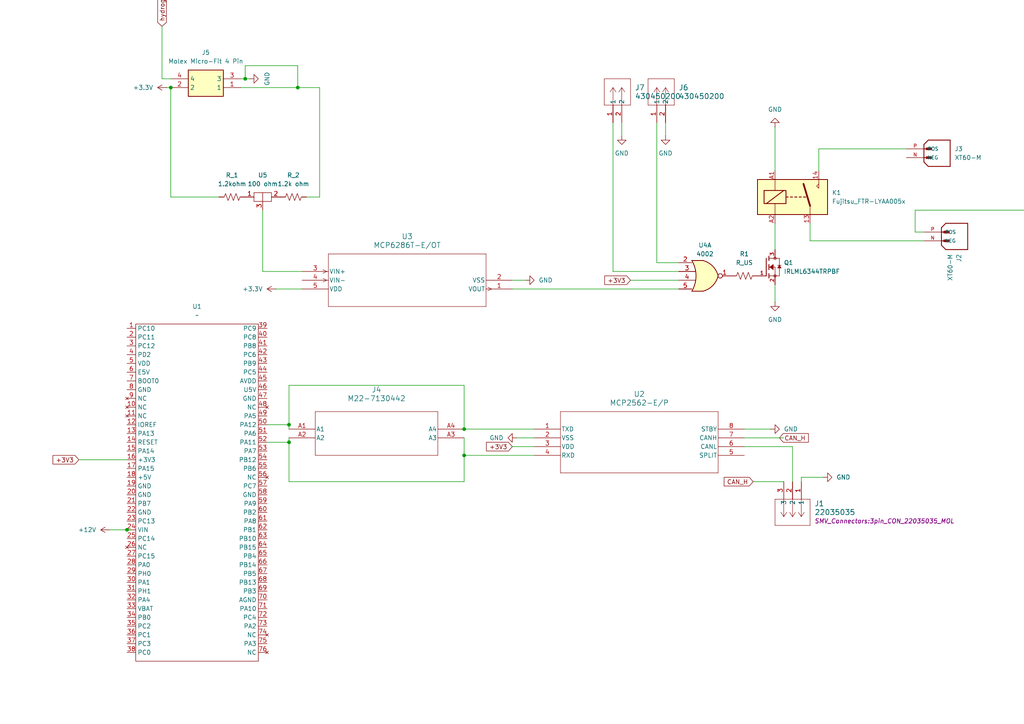
<source format=kicad_sch>
(kicad_sch (version 20250114) (generator "eeschema") (generator_version "9.0")
  (paper "A4")
  (lib_symbols
    (symbol "4xxx:4002" (pin_names (offset 1.016))
      (property "Reference" "U" (at 0 1.27 0))
      (property "Value" "4002" (at 0 -1.27 0))
      (symbol "4002_1_1"
        (arc (start -3.81 4.445) (mid -2.5908 0) (end -3.81 -4.445) (stroke (width 0.254)))
        (polyline (pts (xy -3.81 4.445) (xy -0.635 4.445)) (stroke (width 0.254)) (fill (type background)))
        (polyline (pts (xy -3.81 -4.445) (xy -0.635 -4.445)) (stroke (width 0.254)) (fill (type background)))
        (arc (start -0.6096 4.445) (mid 2.2198 2.8385) (end 3.81 0) (stroke (width 0.254)) (fill (type background)))
        (arc (start 3.81 0) (mid 2.224 -2.8428) (end -0.6096 -4.445) (stroke (width 0.254)) (fill (type background)))
        (polyline (pts (xy -0.635 4.445) (xy -3.81 4.445) (xy -3.81 4.445) (xy -3.6322 4.0894) (xy -3.0988 2.921) (xy -2.7686 1.6764) (xy -2.6162 0.4318) (xy -2.6416 -0.8636) (xy -2.8702 -2.1082) (xy -3.2512 -3.3274) (xy -3.81 -4.445) (xy -3.81 -4.445) (xy -0.635 -4.445)) (stroke (width -25.4)) (fill (type background)))
        (pin input line (at -7.62 3.81 0) (length 3.81) (name "~") (number "2"))
        (pin input line (at -7.62 1.27 0) (length 4.826) (name "~") (number "3"))
        (pin input line (at -7.62 -1.27 0) (length 4.826) (name "~") (number "4"))
        (pin input line (at -7.62 -3.81 0) (length 3.81) (name "~") (number "5"))
        (pin output inverted (at 7.62 0 180) (length 3.81) (name "~") (number "1"))
      )
      (symbol "4002_1_2"
        (arc (start -0.635 4.445) (mid 3.7907 0) (end -0.635 -4.445) (stroke (width 0.254)) (fill (type background)))
        (polyline (pts (xy -0.635 4.445) (xy -3.81 4.445) (xy -3.81 -4.445) (xy -0.635 -4.445)) (stroke (width 0.254)) (fill (type background)))
        (pin input inverted (at -7.62 3.81 0) (length 3.81) (name "~") (number "2"))
        (pin input inverted (at -7.62 1.27 0) (length 3.81) (name "~") (number "3"))
        (pin input inverted (at -7.62 -1.27 0) (length 3.81) (name "~") (number "4"))
        (pin input inverted (at -7.62 -3.81 0) (length 3.81) (name "~") (number "5"))
        (pin output line (at 7.62 0 180) (length 3.81) (name "~") (number "1"))
      )
      (symbol "4002_2_1"
        (arc (start -3.81 4.445) (mid -2.5908 0) (end -3.81 -4.445) (stroke (width 0.254)))
        (polyline (pts (xy -3.81 4.445) (xy -0.635 4.445)) (stroke (width 0.254)) (fill (type background)))
        (polyline (pts (xy -3.81 -4.445) (xy -0.635 -4.445)) (stroke (width 0.254)) (fill (type background)))
        (arc (start -0.6096 4.445) (mid 2.2198 2.8385) (end 3.81 0) (stroke (width 0.254)) (fill (type background)))
        (arc (start 3.81 0) (mid 2.224 -2.8428) (end -0.6096 -4.445) (stroke (width 0.254)) (fill (type background)))
        (polyline (pts (xy -0.635 4.445) (xy -3.81 4.445) (xy -3.81 4.445) (xy -3.6322 4.0894) (xy -3.0988 2.921) (xy -2.7686 1.6764) (xy -2.6162 0.4318) (xy -2.6416 -0.8636) (xy -2.8702 -2.1082) (xy -3.2512 -3.3274) (xy -3.81 -4.445) (xy -3.81 -4.445) (xy -0.635 -4.445)) (stroke (width -25.4)) (fill (type background)))
        (pin input line (at -7.62 3.81 0) (length 3.81) (name "~") (number "9"))
        (pin input line (at -7.62 1.27 0) (length 4.826) (name "~") (number "10"))
        (pin input line (at -7.62 -1.27 0) (length 4.826) (name "~") (number "11"))
        (pin input line (at -7.62 -3.81 0) (length 3.81) (name "~") (number "12"))
        (pin output inverted (at 7.62 0 180) (length 3.81) (name "~") (number "13"))
      )
      (symbol "4002_2_2"
        (arc (start -0.635 4.445) (mid 3.7907 0) (end -0.635 -4.445) (stroke (width 0.254)) (fill (type background)))
        (polyline (pts (xy -0.635 4.445) (xy -3.81 4.445) (xy -3.81 -4.445) (xy -0.635 -4.445)) (stroke (width 0.254)) (fill (type background)))
        (pin input inverted (at -7.62 3.81 0) (length 3.81) (name "~") (number "9"))
        (pin input inverted (at -7.62 1.27 0) (length 3.81) (name "~") (number "10"))
        (pin input inverted (at -7.62 -1.27 0) (length 3.81) (name "~") (number "11"))
        (pin input inverted (at -7.62 -3.81 0) (length 3.81) (name "~") (number "12"))
        (pin output line (at 7.62 0 180) (length 3.81) (name "~") (number "13"))
      )
      (symbol "4002_3_0"
        (pin power_in line (at 0 12.7 270) (length 5.08) (name "VDD") (number "14"))
        (pin power_in line (at 0 -12.7 90) (length 5.08) (name "VSS") (number "7"))
      )
      (symbol "4002_3_1"
        (rectangle (start -5.08 7.62) (end 5.08 -7.62) (stroke (width 0.254)) (fill (type background)))
      )
    )
    (symbol "Device:R_US" (pin_numbers (hide yes)) (pin_names (offset 0))
      (property "Reference" "R" (at 2.54 0 90))
      (property "Value" "R_US" (at -2.54 0 90))
      (symbol "R_US_0_1"
        (polyline (pts (xy 0 2.286) (xy 0 2.54)))
        (polyline (pts (xy 0 2.286) (xy 1.016 1.905) (xy 0 1.524) (xy -1.016 1.143) (xy 0 0.762)))
        (polyline (pts (xy 0 0.762) (xy 1.016 0.381) (xy 0 0) (xy -1.016 -0.381) (xy 0 -0.762)))
        (polyline (pts (xy 0 -0.762) (xy 1.016 -1.143) (xy 0 -1.524) (xy -1.016 -1.905) (xy 0 -2.286)))
        (polyline (pts (xy 0 -2.286) (xy 0 -2.54)))
      )
      (symbol "R_US_1_1"
        (pin passive line (at 0 3.81 270) (length 1.27) (name "~") (number "1"))
        (pin passive line (at 0 -3.81 90) (length 1.27) (name "~") (number "2"))
      )
    )
    (symbol "IRLML6344TRPBF:IRLML6344TRPBF" (pin_names (offset 1.016))
      (property "Reference" "Q" (at -8.89 2.54 0))
      (property "Value" "IRLML6344TRPBF" (at -8.89 -7.62 0))
      (symbol "IRLML6344TRPBF_0_0"
        (polyline (pts (xy 0 2.54) (xy 0 -2.54)) (stroke (width 0.254)))
        (polyline (pts (xy 0.762 3.175) (xy 0.762 2.54)) (stroke (width 0.254)))
        (polyline (pts (xy 0.762 2.54) (xy 0.762 1.905)) (stroke (width 0.254)))
        (polyline (pts (xy 0.762 2.54) (xy 3.81 2.54)) (stroke (width 0.1524)))
        (polyline (pts (xy 0.762 0.762) (xy 0.762 0)) (stroke (width 0.254)))
        (polyline (pts (xy 0.762 0) (xy 0.762 -0.762)) (stroke (width 0.254)))
        (polyline (pts (xy 0.762 0) (xy 2.54 0)) (stroke (width 0.1524)))
        (polyline (pts (xy 0.762 -1.905) (xy 0.762 -3.175)) (stroke (width 0.254)))
        (polyline (pts (xy 1.016 0) (xy 2.032 0.762) (xy 2.032 -0.762) (xy 1.016 0)) (stroke (width 0.1524)) (fill (type outline)))
        (circle (center 2.54 2.54) (radius 0.3592))
        (polyline (pts (xy 2.54 0) (xy 2.54 -2.54)) (stroke (width 0.1524)))
        (circle (center 2.54 -2.54) (radius 0.3592))
        (polyline (pts (xy 3.81 2.54) (xy 3.81 0.508)) (stroke (width 0.1524)))
        (polyline (pts (xy 3.81 0.508) (xy 3.302 0.508)) (stroke (width 0.1524)))
        (polyline (pts (xy 3.81 0.508) (xy 3.81 -2.54)) (stroke (width 0.1524)))
        (polyline (pts (xy 3.81 0.508) (xy 3.302 -0.254) (xy 4.318 -0.254) (xy 3.81 0.508)) (stroke (width 0.1524)) (fill (type outline)))
        (polyline (pts (xy 3.81 -2.54) (xy 0.762 -2.54)) (stroke (width 0.1524)))
        (polyline (pts (xy 4.318 0.508) (xy 3.81 0.508)) (stroke (width 0.1524)))
        (pin passive line (at -2.54 -2.54 0) (length 2.54) (name "~") (number "1"))
        (pin passive line (at 2.54 5.08 270) (length 2.54) (name "~") (number "3"))
        (pin passive line (at 2.54 -5.08 90) (length 2.54) (name "~") (number "2"))
      )
    )
    (symbol "Relay:Fujitsu_FTR-LYAA005x"
      (property "Reference" "K" (at 11.43 3.81 0))
      (property "Value" "Fujitsu_FTR-LYAA005x" (at 11.43 1.27 0))
      (symbol "Fujitsu_FTR-LYAA005x_0_0"
        (polyline (pts (xy 7.62 5.08) (xy 7.62 2.54) (xy 6.985 3.175) (xy 7.62 3.81)))
      )
      (symbol "Fujitsu_FTR-LYAA005x_0_1"
        (rectangle (start -10.16 5.08) (end 10.16 -5.08) (stroke (width 0.254)) (fill (type background)))
        (rectangle (start -8.255 1.905) (end -1.905 -1.905) (stroke (width 0.254)))
        (polyline (pts (xy -7.62 -1.905) (xy -2.54 1.905)) (stroke (width 0.254)))
        (polyline (pts (xy -5.08 5.08) (xy -5.08 1.905)))
        (polyline (pts (xy -5.08 -5.08) (xy -5.08 -1.905)))
        (polyline (pts (xy -1.905 0) (xy -1.27 0)) (stroke (width 0.254)))
        (polyline (pts (xy -0.635 0) (xy 0 0)) (stroke (width 0.254)))
        (polyline (pts (xy 0.635 0) (xy 1.27 0)) (stroke (width 0.254)))
        (polyline (pts (xy 1.905 0) (xy 2.54 0)) (stroke (width 0.254)))
        (polyline (pts (xy 3.175 0) (xy 3.81 0)) (stroke (width 0.254)))
        (polyline (pts (xy 5.08 -2.54) (xy 3.175 3.81)) (stroke (width 0.508)))
        (polyline (pts (xy 5.08 -2.54) (xy 5.08 -5.08)))
      )
      (symbol "Fujitsu_FTR-LYAA005x_1_1"
        (pin passive line (at -5.08 7.62 270) (length 2.54) (name "~") (number "A1"))
        (pin passive line (at -5.08 -7.62 90) (length 2.54) (name "~") (number "A2"))
        (pin passive line (at 5.08 -7.62 90) (length 2.54) (name "~") (number "13"))
        (pin passive line (at 7.62 7.62 270) (length 2.54) (name "~") (number "14"))
      )
    )
    (symbol "SMV_Custom:3-pin Mini Molex Spox" (pin_names (offset 0.254))
      (property "Reference" "J" (at 8.89 6.35 0))
      (property "Value" "22035035" (at -3.81 3.81 0))
      (property "Footprint" "SMV_Connectors:3pin_CON_22035035_MOL" (at 0 0 0))
      (symbol "3-pin Mini Molex Spox_1_1"
        (polyline (pts (xy 5.08 2.54) (xy 5.08 -7.62)) (stroke (width 0.127)))
        (polyline (pts (xy 5.08 -7.62) (xy 12.7 -7.62)) (stroke (width 0.127)))
        (polyline (pts (xy 10.16 0) (xy 5.08 0)) (stroke (width 0.127)))
        (polyline (pts (xy 10.16 0) (xy 8.89 0.8467)) (stroke (width 0.127)))
        (polyline (pts (xy 10.16 0) (xy 8.89 -0.8467)) (stroke (width 0.127)))
        (polyline (pts (xy 10.16 -2.54) (xy 5.08 -2.54)) (stroke (width 0.127)))
        (polyline (pts (xy 10.16 -2.54) (xy 8.89 -1.6933)) (stroke (width 0.127)))
        (polyline (pts (xy 10.16 -2.54) (xy 8.89 -3.3867)) (stroke (width 0.127)))
        (polyline (pts (xy 10.16 -5.08) (xy 5.08 -5.08)) (stroke (width 0.127)))
        (polyline (pts (xy 10.16 -5.08) (xy 8.89 -4.2333)) (stroke (width 0.127)))
        (polyline (pts (xy 10.16 -5.08) (xy 8.89 -5.9267)) (stroke (width 0.127)))
        (polyline (pts (xy 12.7 2.54) (xy 5.08 2.54)) (stroke (width 0.127)))
        (polyline (pts (xy 12.7 -7.62) (xy 12.7 2.54)) (stroke (width 0.127)))
        (pin unspecified line (at 0 0 0) (length 5.08) (name "1") (number "1"))
        (pin unspecified line (at 0 -2.54 0) (length 5.08) (name "2") (number "2"))
        (pin unspecified line (at 0 -5.08 0) (length 5.08) (name "3") (number "3"))
      )
      (symbol "3-pin Mini Molex Spox_1_2"
        (polyline (pts (xy 5.08 2.54) (xy 5.08 -7.62)) (stroke (width 0.127)))
        (polyline (pts (xy 5.08 -7.62) (xy 12.7 -7.62)) (stroke (width 0.127)))
        (polyline (pts (xy 7.62 0) (xy 5.08 0)) (stroke (width 0.127)))
        (polyline (pts (xy 7.62 0) (xy 8.89 0.8467)) (stroke (width 0.127)))
        (polyline (pts (xy 7.62 0) (xy 8.89 -0.8467)) (stroke (width 0.127)))
        (polyline (pts (xy 7.62 -2.54) (xy 5.08 -2.54)) (stroke (width 0.127)))
        (polyline (pts (xy 7.62 -2.54) (xy 8.89 -1.6933)) (stroke (width 0.127)))
        (polyline (pts (xy 7.62 -2.54) (xy 8.89 -3.3867)) (stroke (width 0.127)))
        (polyline (pts (xy 7.62 -5.08) (xy 5.08 -5.08)) (stroke (width 0.127)))
        (polyline (pts (xy 7.62 -5.08) (xy 8.89 -4.2333)) (stroke (width 0.127)))
        (polyline (pts (xy 7.62 -5.08) (xy 8.89 -5.9267)) (stroke (width 0.127)))
        (polyline (pts (xy 12.7 2.54) (xy 5.08 2.54)) (stroke (width 0.127)))
        (polyline (pts (xy 12.7 -7.62) (xy 12.7 2.54)) (stroke (width 0.127)))
        (pin unspecified line (at 0 0 0) (length 5.08) (name "1") (number "1"))
        (pin unspecified line (at 0 -2.54 0) (length 5.08) (name "2") (number "2"))
        (pin unspecified line (at 0 -5.08 0) (length 5.08) (name "3") (number "3"))
      )
    )
    (symbol "SMV_Custom:430450200" (pin_names (offset 0.254))
      (property "Reference" "J" (at 8.89 6.35 0))
      (property "Value" "430450200" (at -3.048 -7.62 0))
      (symbol "430450200_1_1"
        (polyline (pts (xy 5.08 2.54) (xy 5.08 -5.08)) (stroke (width 0.127)))
        (polyline (pts (xy 5.08 -5.08) (xy 12.7 -5.08)) (stroke (width 0.127)))
        (polyline (pts (xy 10.16 0) (xy 5.08 0)) (stroke (width 0.127)))
        (polyline (pts (xy 10.16 0) (xy 8.89 0.8467)) (stroke (width 0.127)))
        (polyline (pts (xy 10.16 0) (xy 8.89 -0.8467)) (stroke (width 0.127)))
        (polyline (pts (xy 10.16 -2.54) (xy 5.08 -2.54)) (stroke (width 0.127)))
        (polyline (pts (xy 10.16 -2.54) (xy 8.89 -1.6933)) (stroke (width 0.127)))
        (polyline (pts (xy 10.16 -2.54) (xy 8.89 -3.3867)) (stroke (width 0.127)))
        (polyline (pts (xy 12.7 2.54) (xy 5.08 2.54)) (stroke (width 0.127)))
        (polyline (pts (xy 12.7 -5.08) (xy 12.7 2.54)) (stroke (width 0.127)))
        (pin unspecified line (at 0 0 0) (length 5.08) (name "1") (number "1"))
        (pin unspecified line (at 0 -2.54 0) (length 5.08) (name "2") (number "2"))
      )
      (symbol "430450200_1_2"
        (polyline (pts (xy 5.08 2.54) (xy 5.08 -5.08)) (stroke (width 0.127)))
        (polyline (pts (xy 5.08 -5.08) (xy 12.7 -5.08)) (stroke (width 0.127)))
        (polyline (pts (xy 7.62 0) (xy 5.08 0)) (stroke (width 0.127)))
        (polyline (pts (xy 7.62 0) (xy 8.89 0.8467)) (stroke (width 0.127)))
        (polyline (pts (xy 7.62 0) (xy 8.89 -0.8467)) (stroke (width 0.127)))
        (polyline (pts (xy 7.62 -2.54) (xy 5.08 -2.54)) (stroke (width 0.127)))
        (polyline (pts (xy 7.62 -2.54) (xy 8.89 -1.6933)) (stroke (width 0.127)))
        (polyline (pts (xy 7.62 -2.54) (xy 8.89 -3.3867)) (stroke (width 0.127)))
        (polyline (pts (xy 12.7 2.54) (xy 5.08 2.54)) (stroke (width 0.127)))
        (polyline (pts (xy 12.7 -5.08) (xy 12.7 2.54)) (stroke (width 0.127)))
        (pin unspecified line (at 0 0 0) (length 5.08) (name "1") (number "1"))
        (pin unspecified line (at 0 -2.54 0) (length 5.08) (name "2") (number "2"))
      )
    )
    (symbol "SMV_Custom:M22-7130442" (pin_names (offset 0.254))
      (property "Reference" "J" (at 25.4 10.16 0))
      (property "Value" "M22-7130442" (at 25.4 7.62 0))
      (symbol "M22-7130442_0_1"
        (polyline (pts (xy 7.62 5.08) (xy 7.62 -7.62)) (stroke (width 0.127)))
        (polyline (pts (xy 7.62 -7.62) (xy 43.18 -7.62)) (stroke (width 0.127)))
        (polyline (pts (xy 43.18 5.08) (xy 7.62 5.08)) (stroke (width 0.127)))
        (polyline (pts (xy 43.18 -7.62) (xy 43.18 5.08)) (stroke (width 0.127)))
        (pin unspecified line (at 0 0 0) (length 7.62) (name "A1") (number "A1"))
        (pin unspecified line (at 0 -2.54 0) (length 7.62) (name "A2") (number "A2"))
        (pin unspecified line (at 50.8 0 180) (length 7.62) (name "A4") (number "A4"))
        (pin unspecified line (at 50.8 -2.54 180) (length 7.62) (name "A3") (number "A3"))
      )
    )
    (symbol "SMV_Custom:MCP6286T-E_OT" (pin_names (offset 0.254))
      (property "Reference" "U" (at 30.48 10.16 0))
      (property "Value" "MCP6286T-E/OT" (at 30.48 7.62 0))
      (symbol "MCP6286T-E_OT_0_1"
        (polyline (pts (xy 7.0993 0.5207) (xy 6.0579 0)) (stroke (width 0.127)))
        (polyline (pts (xy 7.0993 -0.5207) (xy 6.0579 0)) (stroke (width 0.127)))
        (polyline (pts (xy 7.62 5.08) (xy 7.62 -10.16)) (stroke (width 0.127)))
        (polyline (pts (xy 7.62 -10.16) (xy 53.34 -10.16)) (stroke (width 0.127)))
        (polyline (pts (xy 53.34 5.08) (xy 7.62 5.08)) (stroke (width 0.127)))
        (polyline (pts (xy 53.34 -10.16) (xy 53.34 5.08)) (stroke (width 0.127)))
        (polyline (pts (xy 53.8607 -2.54) (xy 54.9021 -2.0193)) (stroke (width 0.127)))
        (polyline (pts (xy 53.8607 -2.54) (xy 54.9021 -3.0607)) (stroke (width 0.127)))
        (polyline (pts (xy 53.8607 -5.08) (xy 54.9021 -4.5593)) (stroke (width 0.127)))
        (polyline (pts (xy 53.8607 -5.08) (xy 54.9021 -5.6007)) (stroke (width 0.127)))
        (pin output line (at 0 0 0) (length 7.62) (name "VOUT") (number "1"))
        (pin power_in line (at 0 -2.54 0) (length 7.62) (name "VSS") (number "2"))
        (pin power_in line (at 60.96 0 180) (length 7.62) (name "VDD") (number "5"))
        (pin input line (at 60.96 -2.54 180) (length 7.62) (name "VIN-") (number "4"))
        (pin input line (at 60.96 -5.08 180) (length 7.62) (name "VIN+") (number "3"))
      )
    )
    (symbol "SMV_Custom:Molex Micro-Fit 4 Pin"
      (property "Reference" "J" (at 16.51 7.62 0))
      (property "Value" "Molex Micro-Fit 4 Pin" (at 16.51 5.08 0))
      (symbol "Molex Micro-Fit 4 Pin_1_1"
        (rectangle (start 5.08 2.54) (end 15.24 -5.08) (stroke (width 0.254)) (fill (type background)))
        (pin passive line (at 0 0 0) (length 5.08) (name "4") (number "4"))
        (pin passive line (at 0 -2.54 0) (length 5.08) (name "2") (number "2"))
        (pin passive line (at 20.32 0 180) (length 5.08) (name "3") (number "3"))
        (pin passive line (at 20.32 -2.54 180) (length 5.08) (name "1") (number "1"))
      )
    )
    (symbol "SMV_Custom:Potentiometer_Custom"
      (property "Reference" "U" (at 0 0 0))
      (property "Value" "100 ohm" (at 0 0 0))
      (symbol "Potentiometer_Custom_0_1"
        (rectangle (start -2.54 -1.27) (end 2.54 -3.81))
        (polyline (pts (xy 0 -3.81) (xy 0 -3.81)))
      )
      (symbol "Potentiometer_Custom_1_1"
        (polyline (pts (xy 0 -1.27) (xy 0 -1.27)))
        (polyline (pts (xy 0 -1.27) (xy 0 -3.81)))
        (polyline (pts (xy 0 -3.81) (xy 0 -3.81)))
        (pin passive line (at -5.08 -2.54 0) (length 2.54) (name "") (number "1"))
        (pin passive line (at 0 -6.35 90) (length 2.54) (name "") (number "3"))
        (pin passive line (at 5.08 -2.54 180) (length 2.54) (name "") (number "2"))
      )
    )
    (symbol "SMV_Custom:STM32_Nucleo_F446RE"
      (property "Reference" "U" (at 0 0 0))
      (symbol "STM32_Nucleo_F446RE_0_1"
        (rectangle (start -17.78 -1.27) (end 17.78 -99.06))
      )
      (symbol "STM32_Nucleo_F446RE_1_1"
        (pin bidirectional line (at -20.32 -2.54 0) (length 2.54) (name "PC10") (number "1"))
        (pin bidirectional line (at -20.32 -5.08 0) (length 2.54) (name "PC11") (number "2"))
        (pin bidirectional line (at -20.32 -7.62 0) (length 2.54) (name "PC12") (number "3"))
        (pin bidirectional line (at -20.32 -10.16 0) (length 2.54) (name "PD2") (number "4"))
        (pin power_in line (at -20.32 -12.7 0) (length 2.54) (name "VDD") (number "5"))
        (pin power_in line (at -20.32 -15.24 0) (length 2.54) (name "E5V") (number "6"))
        (pin input line (at -20.32 -17.78 0) (length 2.54) (name "BOOT0") (number "7"))
        (pin power_in line (at -20.32 -20.32 0) (length 2.54) (name "GND") (number "8"))
        (pin no_connect line (at -20.32 -22.86 0) (length 2.54) (name "NC") (number "9"))
        (pin no_connect line (at -20.32 -25.4 0) (length 2.54) (name "NC") (number "10"))
        (pin no_connect line (at -20.32 -27.94 0) (length 2.54) (name "NC") (number "11"))
        (pin input line (at -20.32 -30.48 0) (length 2.54) (name "IOREF") (number "12"))
        (pin bidirectional line (at -20.32 -33.02 0) (length 2.54) (name "PA13") (number "13"))
        (pin input line (at -20.32 -35.56 0) (length 2.54) (name "RESET") (number "14"))
        (pin bidirectional line (at -20.32 -38.1 0) (length 2.54) (name "PA14") (number "15"))
        (pin power_in line (at -20.32 -40.64 0) (length 2.54) (name "+3V3") (number "16"))
        (pin bidirectional line (at -20.32 -43.18 0) (length 2.54) (name "PA15") (number "17"))
        (pin power_in line (at -20.32 -45.72 0) (length 2.54) (name "+5V") (number "18"))
        (pin power_in line (at -20.32 -48.26 0) (length 2.54) (name "GND") (number "19"))
        (pin power_in line (at -20.32 -50.8 0) (length 2.54) (name "GND") (number "20"))
        (pin bidirectional line (at -20.32 -53.34 0) (length 2.54) (name "PB7") (number "21"))
        (pin power_in line (at -20.32 -55.88 0) (length 2.54) (name "GND") (number "22"))
        (pin bidirectional line (at -20.32 -58.42 0) (length 2.54) (name "PC13") (number "23"))
        (pin power_in line (at -20.32 -60.96 0) (length 2.54) (name "VIN") (number "24"))
        (pin bidirectional line (at -20.32 -63.5 0) (length 2.54) (name "PC14") (number "25"))
        (pin no_connect line (at -20.32 -66.04 0) (length 2.54) (name "NC") (number "26"))
        (pin bidirectional line (at -20.32 -68.58 0) (length 2.54) (name "PC15") (number "27"))
        (pin bidirectional line (at -20.32 -71.12 0) (length 2.54) (name "PA0") (number "28"))
        (pin bidirectional line (at -20.32 -73.66 0) (length 2.54) (name "PH0") (number "29"))
        (pin bidirectional line (at -20.32 -76.2 0) (length 2.54) (name "PA1") (number "30"))
        (pin bidirectional line (at -20.32 -78.74 0) (length 2.54) (name "PH1") (number "31"))
        (pin bidirectional line (at -20.32 -81.28 0) (length 2.54) (name "PA4") (number "32"))
        (pin power_in line (at -20.32 -83.82 0) (length 2.54) (name "VBAT") (number "33"))
        (pin bidirectional line (at -20.32 -86.36 0) (length 2.54) (name "PB0") (number "34"))
        (pin bidirectional line (at -20.32 -88.9 0) (length 2.54) (name "PC2") (number "35"))
        (pin bidirectional line (at -20.32 -91.44 0) (length 2.54) (name "PC1") (number "36"))
        (pin bidirectional line (at -20.32 -93.98 0) (length 2.54) (name "PC3") (number "37"))
        (pin bidirectional line (at -20.32 -96.52 0) (length 2.54) (name "PC0") (number "38"))
        (pin bidirectional line (at 20.32 -2.54 180) (length 2.54) (name "PC9") (number "39"))
        (pin bidirectional line (at 20.32 -5.08 180) (length 2.54) (name "PC8") (number "40"))
        (pin bidirectional line (at 20.32 -7.62 180) (length 2.54) (name "PB8") (number "41"))
        (pin bidirectional line (at 20.32 -10.16 180) (length 2.54) (name "PC6") (number "42"))
        (pin bidirectional line (at 20.32 -12.7 180) (length 2.54) (name "PB9") (number "43"))
        (pin bidirectional line (at 20.32 -15.24 180) (length 2.54) (name "PC5") (number "44"))
        (pin power_in line (at 20.32 -17.78 180) (length 2.54) (name "AVDD") (number "45"))
        (pin power_in line (at 20.32 -20.32 180) (length 2.54) (name "U5V") (number "46"))
        (pin power_in line (at 20.32 -22.86 180) (length 2.54) (name "GND") (number "47"))
        (pin no_connect line (at 20.32 -25.4 180) (length 2.54) (name "NC") (number "48"))
        (pin bidirectional line (at 20.32 -27.94 180) (length 2.54) (name "PA5") (number "49"))
        (pin bidirectional line (at 20.32 -30.48 180) (length 2.54) (name "PA12") (number "50"))
        (pin bidirectional line (at 20.32 -33.02 180) (length 2.54) (name "PA6") (number "51"))
        (pin bidirectional line (at 20.32 -35.56 180) (length 2.54) (name "PA11") (number "52"))
        (pin bidirectional line (at 20.32 -38.1 180) (length 2.54) (name "PA7") (number "53"))
        (pin bidirectional line (at 20.32 -40.64 180) (length 2.54) (name "PB12") (number "54"))
        (pin bidirectional line (at 20.32 -43.18 180) (length 2.54) (name "PB6") (number "55"))
        (pin no_connect line (at 20.32 -45.72 180) (length 2.54) (name "NC") (number "56"))
        (pin bidirectional line (at 20.32 -48.26 180) (length 2.54) (name "PC7") (number "57"))
        (pin power_in line (at 20.32 -50.8 180) (length 2.54) (name "GND") (number "58"))
        (pin bidirectional line (at 20.32 -53.34 180) (length 2.54) (name "PA9") (number "59"))
        (pin bidirectional line (at 20.32 -55.88 180) (length 2.54) (name "PB2") (number "60"))
        (pin bidirectional line (at 20.32 -58.42 180) (length 2.54) (name "PA8") (number "61"))
        (pin bidirectional line (at 20.32 -60.96 180) (length 2.54) (name "PB1") (number "62"))
        (pin bidirectional line (at 20.32 -63.5 180) (length 2.54) (name "PB10") (number "63"))
        (pin bidirectional line (at 20.32 -66.04 180) (length 2.54) (name "PB15") (number "64"))
        (pin bidirectional line (at 20.32 -68.58 180) (length 2.54) (name "PB4") (number "65"))
        (pin bidirectional line (at 20.32 -71.12 180) (length 2.54) (name "PB14") (number "66"))
        (pin bidirectional line (at 20.32 -73.66 180) (length 2.54) (name "PB5") (number "67"))
        (pin bidirectional line (at 20.32 -76.2 180) (length 2.54) (name "PB13") (number "68"))
        (pin bidirectional line (at 20.32 -78.74 180) (length 2.54) (name "PB3") (number "69"))
        (pin power_in line (at 20.32 -81.28 180) (length 2.54) (name "AGND") (number "70"))
        (pin bidirectional line (at 20.32 -83.82 180) (length 2.54) (name "PA10") (number "71"))
        (pin bidirectional line (at 20.32 -86.36 180) (length 2.54) (name "PC4") (number "72"))
        (pin bidirectional line (at 20.32 -88.9 180) (length 2.54) (name "PA2") (number "73"))
        (pin no_connect line (at 20.32 -91.44 180) (length 2.54) (name "NC") (number "74"))
        (pin bidirectional line (at 20.32 -93.98 180) (length 2.54) (name "PA3") (number "75"))
        (pin no_connect line (at 20.32 -96.52 180) (length 2.54) (name "NC") (number "76"))
      )
    )
    (symbol "SMV_Custom:XT60-M" (pin_names (offset 1.016))
      (property "Reference" "J" (at 0 6.35 0))
      (property "Value" "XT60-M" (at 0 -5.08 0))
      (symbol "XT60-M_0_0"
        (polyline (pts (xy 0 3.81) (xy 0 2.54)) (stroke (width 0.254)))
        (polyline (pts (xy 0 3.81) (xy 1.27 5.08)) (stroke (width 0.254)))
        (polyline (pts (xy 0 2.54) (xy 0 -1.27)) (stroke (width 0.254)))
        (polyline (pts (xy 0 2.54) (xy 1.905 2.54)) (stroke (width 0.254)))
        (polyline (pts (xy 0 0) (xy 1.905 0)) (stroke (width 0.254)))
        (polyline (pts (xy 0 -1.27) (xy 1.27 -2.54)) (stroke (width 0.254)))
        (rectangle (start 0.635 2.2225) (end 2.2225 2.8575) (stroke (width 0.1)) (fill (type outline)))
        (rectangle (start 0.635 -0.3175) (end 2.2225 0.3175) (stroke (width 0.1)) (fill (type outline)))
        (polyline (pts (xy 1.27 -2.54) (xy 7.62 -2.54)) (stroke (width 0.254)))
        (polyline (pts (xy 7.62 5.08) (xy 1.27 5.08)) (stroke (width 0.254)))
        (polyline (pts (xy 7.62 -2.54) (xy 7.62 5.08)) (stroke (width 0.254)))
        (pin passive line (at -5.08 2.54 0) (length 5.08) (name "POS") (number "P"))
        (pin passive line (at -5.08 0 0) (length 5.08) (name "NEG") (number "N"))
      )
    )
    (symbol "can-tranciever:MCP2562-E_P" (pin_names (offset 0.254))
      (property "Reference" "U" (at 30.48 10.16 0))
      (property "Value" "MCP2562-E/P" (at 30.48 7.62 0))
      (symbol "MCP2562-E_P_0_1"
        (polyline (pts (xy 7.62 5.08) (xy 7.62 -12.7)) (stroke (width 0.127)))
        (polyline (pts (xy 7.62 -12.7) (xy 53.34 -12.7)) (stroke (width 0.127)))
        (polyline (pts (xy 53.34 5.08) (xy 7.62 5.08)) (stroke (width 0.127)))
        (polyline (pts (xy 53.34 -12.7) (xy 53.34 5.08)) (stroke (width 0.127)))
        (pin input line (at 0 0 0) (length 7.62) (name "TXD") (number "1"))
        (pin power_in line (at 0 -2.54 0) (length 7.62) (name "VSS") (number "2"))
        (pin power_in line (at 0 -5.08 0) (length 7.62) (name "VDD") (number "3"))
        (pin output line (at 0 -7.62 0) (length 7.62) (name "RXD") (number "4"))
        (pin input line (at 60.96 0 180) (length 7.62) (name "STBY") (number "8"))
        (pin bidirectional line (at 60.96 -2.54 180) (length 7.62) (name "CANH") (number "7"))
        (pin bidirectional line (at 60.96 -5.08 180) (length 7.62) (name "CANL") (number "6"))
        (pin unspecified line (at 60.96 -7.62 180) (length 7.62) (name "SPLIT") (number "5"))
      )
    )
    (symbol "power:+12V" (power) (pin_numbers (hide yes)) (pin_names (offset 0) (hide yes))
      (property "Value" "+12V" (at 0 3.556 0))
      (symbol "+12V_0_1"
        (polyline (pts (xy -0.762 1.27) (xy 0 2.54)))
        (polyline (pts (xy 0 2.54) (xy 0.762 1.27)))
        (polyline (pts (xy 0 0) (xy 0 2.54)))
      )
      (symbol "+12V_1_1"
        (pin power_in line (at 0 0 90) (length 0) (name "~") (number "1"))
      )
    )
    (symbol "power:+3.3V" (power) (pin_numbers (hide yes)) (pin_names (offset 0) (hide yes))
      (property "Value" "+3.3V" (at 0 3.556 0))
      (symbol "+3.3V_0_1"
        (polyline (pts (xy -0.762 1.27) (xy 0 2.54)))
        (polyline (pts (xy 0 2.54) (xy 0.762 1.27)))
        (polyline (pts (xy 0 0) (xy 0 2.54)))
      )
      (symbol "+3.3V_1_1"
        (pin power_in line (at 0 0 90) (length 0) (name "~") (number "1"))
      )
    )
    (symbol "power:GND" (power) (pin_numbers (hide yes)) (pin_names (offset 0) (hide yes))
      (property "Value" "GND" (at 0 -3.81 0))
      (symbol "GND_0_1"
        (polyline (pts (xy 0 0) (xy 0 -1.27) (xy 1.27 -1.27) (xy 0 -2.54) (xy -1.27 -1.27) (xy 0 -1.27)))
      )
      (symbol "GND_1_1"
        (pin power_in line (at 0 0 270) (length 0) (name "~") (number "1"))
      )
    )
  )
  (junction (at 71.12 22.86))
  (junction (at 36.83 153.67))
  (junction (at 83.82 128.27))
  (junction (at 134.62 132.08))
  (junction (at 83.82 123.19))
  (junction (at 134.62 124.46))
  (junction (at 86.36 25.4))
  (junction (at 49.53 25.4))
  (wire (pts (xy 134.62 127) (xy 134.62 132.08)))
  (wire (pts (xy 177.8 78.74) (xy 196.85 78.74)))
  (wire (pts (xy 265.43 67.31) (xy 267.97 67.31)))
  (wire (pts (xy 190.5 76.2) (xy 190.5 35.56)))
  (wire (pts (xy 134.62 139.7) (xy 134.62 132.08)))
  (wire (pts (xy 215.9 127) (xy 227.33 127)))
  (wire (pts (xy 48.26 25.4) (xy 49.53 25.4)))
  (wire (pts (xy 71.12 22.86) (xy 72.39 22.86)))
  (wire (pts (xy 49.53 57.15) (xy 63.5 57.15)))
  (wire (pts (xy 148.59 81.28) (xy 152.4 81.28)))
  (wire (pts (xy 49.53 25.4) (xy 49.53 57.15)))
  (wire (pts (xy 182.88 81.28) (xy 196.85 81.28)))
  (wire (pts (xy 71.12 19.05) (xy 71.12 22.86)))
  (wire (pts (xy 148.59 129.54) (xy 154.94 129.54)))
  (wire (pts (xy 69.85 22.86) (xy 71.12 22.86)))
  (wire (pts (xy 234.95 64.77) (xy 234.95 69.85)))
  (wire (pts (xy 148.59 83.82) (xy 196.85 83.82)))
  (wire (pts (xy 224.79 82.55) (xy 224.79 87.63)))
  (wire (pts (xy 86.36 25.4) (xy 86.36 19.05)))
  (wire (pts (xy 232.41 138.43) (xy 238.76 138.43)))
  (wire (pts (xy 77.47 123.19) (xy 83.82 123.19)))
  (wire (pts (xy 232.41 139.7) (xy 232.41 138.43)))
  (wire (pts (xy 237.49 43.18) (xy 262.89 43.18)))
  (wire (pts (xy 218.44 139.7) (xy 227.33 139.7)))
  (wire (pts (xy 92.71 57.15) (xy 88.9 57.15)))
  (wire (pts (xy 76.2 78.74) (xy 87.63 78.74)))
  (wire (pts (xy 265.43 60.96) (xy 303.53 60.96)))
  (wire (pts (xy 69.85 25.4) (xy 86.36 25.4)))
  (wire (pts (xy 92.71 25.4) (xy 86.36 25.4)))
  (wire (pts (xy 76.2 60.96) (xy 76.2 78.74)))
  (wire (pts (xy 196.85 76.2) (xy 190.5 76.2)))
  (wire (pts (xy 224.79 36.83) (xy 224.79 49.53)))
  (wire (pts (xy 237.49 43.18) (xy 237.49 49.53)))
  (wire (pts (xy 46.99 7.62) (xy 46.99 22.86)))
  (wire (pts (xy 22.86 133.35) (xy 36.83 133.35)))
  (wire (pts (xy 134.62 124.46) (xy 134.62 111.76)))
  (wire (pts (xy 83.82 123.19) (xy 83.82 124.46)))
  (wire (pts (xy 149.86 127) (xy 154.94 127)))
  (wire (pts (xy 46.99 22.86) (xy 49.53 22.86)))
  (wire (pts (xy 83.82 139.7) (xy 134.62 139.7)))
  (wire (pts (xy 134.62 124.46) (xy 154.94 124.46)))
  (wire (pts (xy 193.04 35.56) (xy 193.04 39.37)))
  (wire (pts (xy 80.01 83.82) (xy 87.63 83.82)))
  (wire (pts (xy 224.79 64.77) (xy 224.79 72.39)))
  (wire (pts (xy 215.9 124.46) (xy 223.52 124.46)))
  (wire (pts (xy 234.95 69.85) (xy 267.97 69.85)))
  (wire (pts (xy 86.36 19.05) (xy 71.12 19.05)))
  (wire (pts (xy 31.75 153.67) (xy 36.83 153.67)))
  (wire (pts (xy 180.34 35.56) (xy 180.34 39.37)))
  (wire (pts (xy 265.43 67.31) (xy 265.43 60.96)))
  (wire (pts (xy 77.47 128.27) (xy 83.82 128.27)))
  (wire (pts (xy 177.8 35.56) (xy 177.8 78.74)))
  (wire (pts (xy 83.82 128.27) (xy 83.82 127)))
  (wire (pts (xy 134.62 132.08) (xy 154.94 132.08)))
  (wire (pts (xy 229.87 129.54) (xy 215.9 129.54)))
  (wire (pts (xy 83.82 111.76) (xy 83.82 123.19)))
  (wire (pts (xy 134.62 111.76) (xy 83.82 111.76)))
  (wire (pts (xy 36.83 153.67) (xy 38.1 153.67)))
  (wire (pts (xy 92.71 57.15) (xy 92.71 25.4)))
  (wire (pts (xy 83.82 128.27) (xy 83.82 139.7)))
  (wire (pts (xy 229.87 129.54) (xy 229.87 139.7)))
  (global_label "+3V3" (shape input) (at 148.59 129.54 180) (property "Intersheetrefs" "${INTERSHEET_REFS}" (effects (hide yes))))
  (global_label "CAN_H" (shape input) (at 226.06 127 0) (property "Intersheetrefs" "${INTERSHEET_REFS}" (effects (hide yes))))
  (global_label "boost converter" (shape input) (at 303.53 60.96 0) (property "Intersheetrefs" "${INTERSHEET_REFS}" (effects (hide yes))))
  (global_label "+3V3" (shape input) (at 22.86 133.35 180) (property "Intersheetrefs" "${INTERSHEET_REFS}" (effects (hide yes))))
  (global_label "hydrogen sensor" (shape input) (at 46.99 7.62 90) (property "Intersheetrefs" "${INTERSHEET_REFS}" (effects (hide yes))))
  (global_label "CAN_H" (shape input) (at 218.44 139.7 180) (property "Intersheetrefs" "${INTERSHEET_REFS}" (effects (hide yes))))
  (global_label "+3V3" (shape input) (at 182.88 81.28 180) (property "Intersheetrefs" "${INTERSHEET_REFS}" (effects (hide yes))))
  (symbol (lib_id "power:+12V") (at 31.75 153.67 90) (unit 1)
    (property "Reference" "#PWR01" (effects (hide yes)))
    (property "Value" "+12V" (at 27.94 153.6699 90) (effects (justify left)))
    (property "Description" "Power symbol creates a global label with name \"+12V\"" (effects (hide yes)))
  )
  (symbol (lib_id "power:GND") (at 180.34 39.37 0) (unit 1)
    (property "Reference" "#PWR07" (effects (hide yes)))
    (property "Value" "GND" (at 180.34 44.45 0))
    (property "Description" "Power symbol creates a global label with name \"GND\" , ground" (effects (hide yes)))
  )
  (symbol (lib_id "SMV_Custom:MCP6286T-E_OT") (at 148.59 83.82 180) (unit 1)
    (property "Reference" "U3" (at 118.11 68.58 0) (effects (font (size 1.524 1.524))))
    (property "Value" "MCP6286T-E/OT" (at 118.11 71.12 0) (effects (font (size 1.524 1.524))))
    (property "Footprint" "SMV_ICs:SOT-23-5_MC_MCH" (effects (hide yes)))
    (property "Datasheet" "MCP6286T-E/OT" (effects (hide yes)))
  )
  (symbol (lib_id "SMV_Custom:M22-7130442") (at 83.82 124.46 0) (unit 1)
    (property "Reference" "J4" (at 109.22 113.03 0) (effects (font (size 1.524 1.524))))
    (property "Value" "M22-7130442" (at 109.22 115.57 0) (effects (font (size 1.524 1.524))))
    (property "Footprint" "M22-7130442_TYC" (effects (hide yes)))
    (property "Datasheet" "M22-7130442" (effects (hide yes)))
  )
  (symbol (lib_id "can-tranciever:MCP2562-E_P") (at 154.94 124.46 0) (unit 1)
    (property "Reference" "U2" (at 185.42 114.3 0) (effects (font (size 1.524 1.524))))
    (property "Value" "MCP2562-E/P" (at 185.42 116.84 0) (effects (font (size 1.524 1.524))))
    (property "Footprint" "PDIP8_300MC_MCH" (effects (hide yes)))
    (property "Datasheet" "MCP2562-E/P" (effects (hide yes)))
  )
  (symbol (lib_id "Device:R_US") (at 85.09 57.15 90) (unit 1)
    (property "Reference" "R_2" (at 85.09 50.8 90))
    (property "Value" "1.2k ohm" (at 85.09 53.34 90))
    (property "Description" "Resistor, US symbol" (effects (hide yes)))
  )
  (symbol (lib_id "power:GND") (at 224.79 36.83 180) (unit 1)
    (property "Reference" "#PWR03" (effects (hide yes)))
    (property "Value" "GND" (at 224.79 31.75 0))
    (property "Description" "Power symbol creates a global label with name \"GND\" , ground" (effects (hide yes)))
  )
  (symbol (lib_id "SMV_Custom:STM32_Nucleo_F446RE") (at 57.15 92.71 0) (unit 1)
    (property "Reference" "U1" (at 57.15 88.9 0))
    (property "Value" "~" (at 57.15 91.44 0))
  )
  (symbol (lib_id "Relay:Fujitsu_FTR-LYAA005x") (at 229.87 57.15 0) (unit 1)
    (property "Reference" "K1" (at 241.3 55.8799 0) (effects (justify left)))
    (property "Value" "Fujitsu_FTR-LYAA005x" (at 241.3 58.4199 0) (effects (justify left)))
    (property "Footprint" "Relay_THT:Relay_SPST-NO_Fujitsu_FTR-LYAA005x_FormA_Vertical" (effects (hide yes)))
    (property "Datasheet" "https://www.fujitsu.com/sg/imagesgig5/ftr-ly.pdf" (effects (hide yes)))
    (property "Description" "Relay, SPST Form A, vertical mount, 5-60V coil, 6A, 250VAC, 28 x 5 x 15mm" (effects (hide yes)))
  )
  (symbol (lib_id "power:GND") (at 149.86 127 270) (unit 1)
    (property "Reference" "#PWR04" (effects (hide yes)))
    (property "Value" "GND" (at 146.05 126.9999 90) (effects (justify right)))
    (property "Description" "Power symbol creates a global label with name \"GND\" , ground" (effects (hide yes)))
  )
  (symbol (lib_id "SMV_Custom:430450200") (at 190.5 35.56 90) (unit 1)
    (property "Reference" "J6" (at 196.85 25.3999 90) (effects (font (size 1.524 1.524)) (justify right)))
    (property "Value" "430450200" (at 196.85 27.9399 90) (effects (font (size 1.524 1.524)) (justify right)))
    (property "Footprint" "SMV_Connectors:CONN_SD-43045-001_02_MOL" (effects (hide yes)))
    (property "Datasheet" "430450200" (effects (hide yes)))
  )
  (symbol (lib_id "Device:R_US") (at 215.9 80.01 90) (unit 1)
    (property "Reference" "R1" (at 215.9 73.66 90))
    (property "Value" "R_US" (at 215.9 76.2 90))
    (property "Description" "Resistor, US symbol" (effects (hide yes)))
  )
  (symbol (lib_id "SMV_Custom:XT60-M") (at 267.97 45.72 0) (unit 1)
    (property "Reference" "J3" (at 276.86 43.1799 0) (effects (justify left)))
    (property "Value" "XT60-M" (at 276.86 45.7199 0) (effects (justify left)))
    (property "Footprint" "SMV_Connectors:AMASS_XT60-M" (effects (hide yes)))
    (property "MF" "AMASS" (effects (hide yes)))
    (property "MAXIMUM_PACKAGE_HEIGHT" "16.00 mm" (effects (hide yes)))
    (property "Package" "Package" (effects (hide yes)))
    (property "Price" "None" (effects (hide yes)))
    (property "Check_prices" "https://www.snapeda.com/parts/XT60-M/AMASS/view-part/?ref=eda" (effects (hide yes)))
    (property "STANDARD" "IPC 7351B" (effects (hide yes)))
    (property "PARTREV" "V1.2" (effects (hide yes)))
    (property "SnapEDA_Link" "https://www.snapeda.com/parts/XT60-M/AMASS/view-part/?ref=snap" (effects (hide yes)))
    (property "MP" "XT60-M" (effects (hide yes)))
    (property "Description_1" "\n                        \n                            Plug; DC supply; XT60; male; PIN: 2; for cable; soldered; 30A; 500V\n                        \n" (effects (hide yes)))
    (property "Availability" "Not in stock" (effects (hide yes)))
    (property "MANUFACTURER" "AMASS" (effects (hide yes)))
  )
  (symbol (lib_id "SMV_Custom:3-pin Mini Molex Spox") (at 232.41 139.7 270) (unit 1)
    (property "Reference" "J1" (at 236.22 146.0499 90) (effects (font (size 1.524 1.524)) (justify left)))
    (property "Value" "22035035" (at 236.22 148.5899 90) (effects (font (size 1.524 1.524)) (justify left)))
    (property "Footprint" "SMV_Connectors:3pin_CON_22035035_MOL" (at 236.22 151.1299 90) (effects (font (italic yes)) (justify left)))
    (property "Datasheet" "3-pin Mini Molex Spox" (effects (hide yes)))
  )
  (symbol (lib_id "power:GND") (at 193.04 39.37 0) (unit 1)
    (property "Reference" "#PWR08" (effects (hide yes)))
    (property "Value" "GND" (at 193.04 44.45 0))
    (property "Description" "Power symbol creates a global label with name \"GND\" , ground" (effects (hide yes)))
  )
  (symbol (lib_id "SMV_Custom:XT60-M") (at 273.05 69.85 0) (unit 1)
    (property "Reference" "J2" (at 278.1301 73.66 90) (effects (justify right)))
    (property "Value" "XT60-M" (at 275.5901 73.66 90) (effects (justify right)))
    (property "Footprint" "SMV_Connectors:AMASS_XT60-M" (effects (hide yes)))
    (property "MF" "AMASS" (effects (hide yes)))
    (property "MAXIMUM_PACKAGE_HEIGHT" "16.00 mm" (effects (hide yes)))
    (property "Package" "Package" (effects (hide yes)))
    (property "Price" "None" (effects (hide yes)))
    (property "Check_prices" "https://www.snapeda.com/parts/XT60-M/AMASS/view-part/?ref=eda" (effects (hide yes)))
    (property "STANDARD" "IPC 7351B" (effects (hide yes)))
    (property "PARTREV" "V1.2" (effects (hide yes)))
    (property "SnapEDA_Link" "https://www.snapeda.com/parts/XT60-M/AMASS/view-part/?ref=snap" (effects (hide yes)))
    (property "MP" "XT60-M" (effects (hide yes)))
    (property "Description_1" "\n                        \n                            Plug; DC supply; XT60; male; PIN: 2; for cable; soldered; 30A; 500V\n                        \n" (effects (hide yes)))
    (property "Availability" "Not in stock" (effects (hide yes)))
    (property "MANUFACTURER" "AMASS" (effects (hide yes)))
  )
  (symbol (lib_id "power:+3.3V") (at 48.26 25.4 90) (unit 1)
    (property "Reference" "#PWR09" (effects (hide yes)))
    (property "Value" "+3.3V" (at 44.45 25.3999 90) (effects (justify left)))
    (property "Description" "Power symbol creates a global label with name \"+3.3V\"" (effects (hide yes)))
  )
  (symbol (lib_id "4xxx:4002") (at 204.47 80.01 0) (unit 1)
    (property "Reference" "U4" (at 204.47 71.12 0))
    (property "Value" "4002" (at 204.47 73.66 0))
    (property "Datasheet" "http://www.intersil.com/content/dam/Intersil/documents/cd40/cd4000bms-01bms-02bms-25bms.pdf" (effects (hide yes)))
    (property "Description" "Dual  4 input NOR gate" (effects (hide yes)))
  )
  (symbol (lib_id "Device:R_US") (at 67.31 57.15 90) (unit 1)
    (property "Reference" "R_1" (at 67.31 50.8 90))
    (property "Value" "1.2kohm" (at 67.31 53.34 90))
    (property "Description" "Resistor, US symbol" (effects (hide yes)))
  )
  (symbol (lib_id "SMV_Custom:Potentiometer_Custom") (at 76.2 54.61 0) (unit 1)
    (property "Reference" "U5" (at 76.2 50.8 0))
    (property "Value" "100 ohm" (at 76.2 53.34 0))
    (property "Datasheet" "https://www.vishay.com/docs/50020/rssd.pdf" (effects (hide yes)))
    (property "Description" "100 ohm potentiometer for hydrogen sensor bridge circuit" (effects (hide yes)))
  )
  (symbol (lib_id "power:+3.3V") (at 80.01 83.82 90) (unit 1)
    (property "Reference" "#PWR012" (effects (hide yes)))
    (property "Value" "+3.3V" (at 76.2 83.8199 90) (effects (justify left)))
    (property "Description" "Power symbol creates a global label with name \"+3.3V\"" (effects (hide yes)))
  )
  (symbol (lib_id "IRLML6344TRPBF:IRLML6344TRPBF") (at 222.25 77.47 0) (unit 1)
    (property "Reference" "Q1" (at 227.33 76.1999 0) (effects (justify left)))
    (property "Value" "IRLML6344TRPBF" (at 227.33 78.7399 0) (effects (justify left)))
    (property "Footprint" "IRLML6344TRPBF:TRANS_IRLML6344TRPBF" (effects (hide yes)))
    (property "MAXIMUM_PACKAGE_HEIGHT" "1.12mm" (effects (hide yes)))
    (property "CREATOR" "DIZAR" (effects (hide yes)))
    (property "STANDARD" "Manufacturer Recommendations" (effects (hide yes)))
    (property "PARTREV" "December 19, 2014" (effects (hide yes)))
    (property "MANUFACTURER" "Infineon" (effects (hide yes)))
  )
  (symbol (lib_id "power:GND") (at 238.76 138.43 90) (unit 1)
    (property "Reference" "#PWR05" (effects (hide yes)))
    (property "Value" "GND" (at 242.57 138.4299 90) (effects (justify right)))
    (property "Description" "Power symbol creates a global label with name \"GND\" , ground" (effects (hide yes)))
  )
  (symbol (lib_id "SMV_Custom:Molex Micro-Fit 4 Pin") (at 49.53 22.86 0) (unit 1)
    (property "Reference" "J5" (at 59.69 15.24 0))
    (property "Value" "Molex Micro-Fit 4 Pin" (at 59.69 17.78 0))
    (property "Footprint" "SMV_Connectors:4_pin0430450401" (effects (hide yes)))
    (property "Datasheet" "https://www.arrow.com/en/products/0430450401/molex?region=europe" (effects (hide yes)))
    (property "Description" "Micro-Fit 3.0 Vertical Header, 3.00mm Pitch, Dual Row,  Circuits, with PCB Polarizing Peg, Tin, Glow-Wire Capable, Black" (effects (hide yes)))
    (property "Height" "9.02" (effects (hide yes)))
    (property "Arrow Part Number" "0430450401" (effects (hide yes)))
    (property "Arrow Price/Stock" "https://www.arrow.com/en/products/0430450401/molex?region=europe" (effects (hide yes)))
    (property "Manufacturer_Name" "Molex" (effects (hide yes)))
    (property "Manufacturer_Part_Number" "0430450401" (effects (hide yes)))
  )
  (symbol (lib_id "power:GND") (at 152.4 81.28 90) (unit 1)
    (property "Reference" "#PWR011" (effects (hide yes)))
    (property "Value" "GND" (at 156.21 81.2799 90) (effects (justify right)))
    (property "Description" "Power symbol creates a global label with name \"GND\" , ground" (effects (hide yes)))
  )
  (symbol (lib_id "SMV_Custom:430450200") (at 177.8 35.56 90) (unit 1)
    (property "Reference" "J7" (at 184.15 25.3999 90) (effects (font (size 1.524 1.524)) (justify right)))
    (property "Value" "430450200" (at 184.15 27.9399 90) (effects (font (size 1.524 1.524)) (justify right)))
    (property "Footprint" "SMV_Connectors:CONN_SD-43045-001_02_MOL" (effects (hide yes)))
    (property "Datasheet" "430450200" (effects (hide yes)))
  )
  (symbol (lib_id "power:GND") (at 224.79 87.63 0) (unit 1)
    (property "Reference" "#PWR02" (effects (hide yes)))
    (property "Value" "GND" (at 224.79 92.71 0))
    (property "Description" "Power symbol creates a global label with name \"GND\" , ground" (effects (hide yes)))
  )
  (symbol (lib_id "power:GND") (at 72.39 22.86 90) (unit 1)
    (property "Reference" "#PWR010" (effects (hide yes)))
    (property "Value" "GND" (at 77.47 22.86 0))
    (property "Description" "Power symbol creates a global label with name \"GND\" , ground" (effects (hide yes)))
  )
  (symbol (lib_id "power:GND") (at 223.52 124.46 90) (unit 1)
    (property "Reference" "#PWR06" (effects (hide yes)))
    (property "Value" "GND" (at 227.33 124.4599 90) (effects (justify right)))
    (property "Description" "Power symbol creates a global label with name \"GND\" , ground" (effects (hide yes)))
  )
)
</source>
